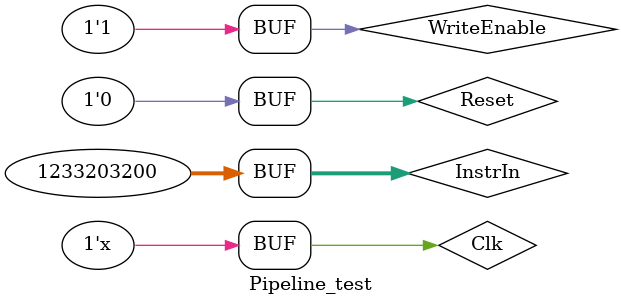
<source format=v>
`timescale 1ns / 1ps


module Pipeline_test;

	// Inputs
	reg [31:0] InstrIn;
	reg Reset;
	reg Clk;
	reg WriteEnable;

	// Outputs
	wire [31:0] ALUOut;
	
	// Instantiate the Unit Under Test (UUT)
	Pipeline uut (
		.ALUOut(ALUOut),
		.InstrIn(InstrIn), 
		.Reset(Reset), 
		.Clk(Clk), 
		.WriteEnable(WriteEnable)
	);

	always #5
	Clk = ~Clk;

	initial begin
		// Initialize Inputs
		InstrIn = 0;
		Reset = 1;
		Clk = 0;
		WriteEnable = 0;
 

		// Wait 100 ns for global reset to finish
		#100;
      
		Reset = 0;
		WriteEnable = 1;

//      ---- 5 Paper Test Cases ----
        #30
        InstrIn = 32'b011010_00001_00001_0000000000001010;		// I, add r1(0000000A) with 0000000A     =>   r1 = 00000014
        
        #10
		InstrIn = 32'b011100_00010_00010_0000000000000010;		// I, or r2(00000014) with 00000002      =>   r0 = 00000016
		
		#10
		InstrIn = 32'b010010_00011_00001_00010_00000000000;		// R, add r1(0000000A) with r2(00000014) =>   r3 = 0000001E
		
		#10
		InstrIn = 32'b010011_00100_00001_00010_00000000000;		// R, sub r1(00000014) with r2(00000014) =>   r4 = 00000000
		
		#10
		InstrIn = 32'b010110_00100_00001_00010_00000000000;		// R, slt r1(00000014) and r2(00000016)  =>   r4 = 00000001
	
//		---- I type ----
		#30
		InstrIn= 32'b011010_00000_00000_0000000000000101;		// I, add r0 with 00000005

		#10
		InstrIn= 32'b011010_00001_00001_0000000000001010;		// I, add r1 with 0000000A

		#10
		InstrIn= 32'b011010_00010_00010_1111111111111000;		// I, add r2 with 0000FFF8

		#10
		InstrIn= 32'b011001_00011_00011_1111111111111000;		// I, not r3
		
		#10
		InstrIn= 32'b011100_00100_00100_1010101010101010;		// I, or r4 with 0000AAAA
		
		#10
		InstrIn= 32'b011101_00101_00101_1111111111111111;		// I, and r5 with 0000FFFF
		
		#10
		InstrIn= 32'b011110_00110_00110_1111111111111000;		// I, slt r6 with 0000FFFF8

//		---- R type ----
		#10
		InstrIn= 32'b010001_00111_00001_00000_00000000000;		// R, not r1         =>  r7

		#10
		InstrIn= 32'b010010_01000_00001_00010_00000000000;		// R, add r1 with r2 =>  r8
		
		#10
		InstrIn= 32'b010010_01001_00001_00011_00000000000;		// R, add r1 with r3 =>  r9
		
		#10
		InstrIn= 32'b010010_01010_00001_00100_00000000000;		// R, add r1 with r4 =>  r10
		
		#10
		InstrIn= 32'b010010_01011_00001_00101_00000000000;		// R, add r1 with r5 =>  r11
		
		#10
		InstrIn= 32'b010010_01100_00001_00110_00000000000;		// R, add r1 wtih r6 =>  r12
	end
      
endmodule


</source>
